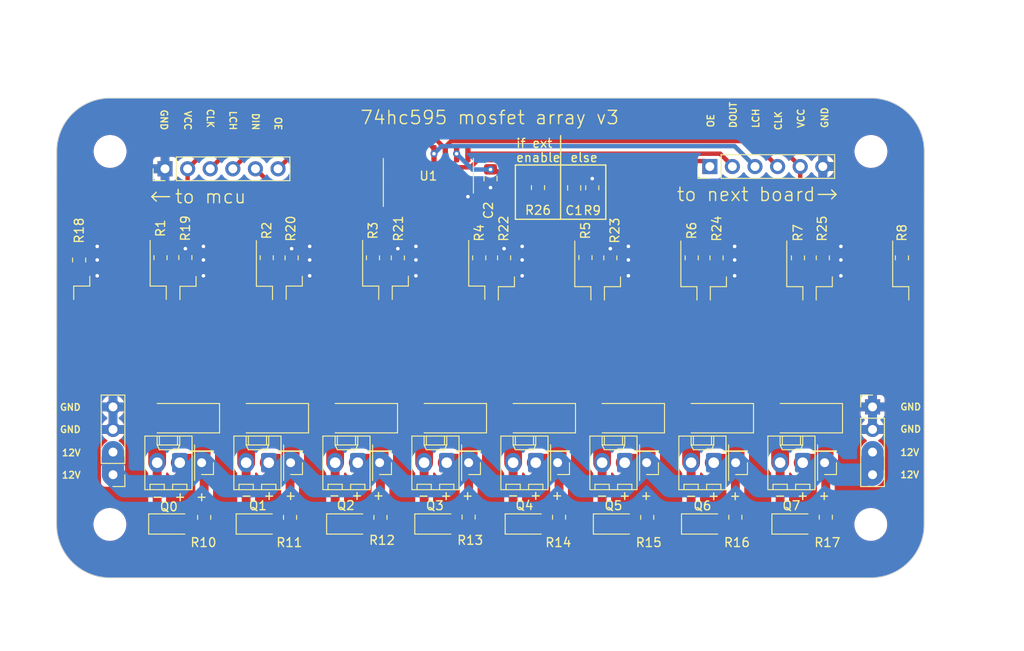
<source format=kicad_pcb>
(kicad_pcb (version 20221018) (generator pcbnew)
  (layers (0 "F.Cu" signal) (31 "B.Cu" signal) (34 "B.Paste" user) (35 "F.Paste" user) (36 "B.SilkS" user "B.Silkscreen") (37 "F.SilkS" user "F.Silkscreen") (38 "B.Mask" user) (39 "F.Mask" user) (44 "Edge.Cuts" user))
  (net 0 "")
  (net 1 "GND")
  (net 2 "VCC")
  (net 3 "Net-(D10-A)")
  (net 4 "Net-(D2-A)")
  (net 5 "Net-(D11-A)")
  (net 6 "Net-(D3-A)")
  (net 7 "Net-(D12-A)")
  (net 8 "Net-(D4-A)")
  (net 9 "Net-(D13-A)")
  (net 10 "Net-(D5-A)")
  (net 11 "Net-(D14-A)")
  (net 12 "Net-(D6-A)")
  (net 13 "Net-(D15-A)")
  (net 14 "Net-(D7-A)")
  (net 15 "Net-(D16-A)")
  (net 16 "Net-(D8-A)")
  (net 17 "Net-(D17-A)")
  (net 18 "Net-(D9-A)")
  (net 19 "12V")
  (net 20 "clock")
  (net 21 "latch")
  (net 22 "SerialIn")
  (net 23 "SerialOut")
  (net 24 "gate1")
  (net 25 "gate2")
  (net 26 "gate3")
  (net 27 "gate4")
  (net 28 "gate5")
  (net 29 "gate7")
  (net 30 "Net-(U1-QA)")
  (net 31 "gate0")
  (net 32 "Net-(U1-QB)")
  (net 33 "Net-(U1-QC)")
  (net 34 "Net-(U1-QD)")
  (net 35 "Net-(U1-QE)")
  (net 36 "Net-(U1-QF)")
  (net 37 "Net-(U1-QG)")
  (net 38 "gate6")
  (net 39 "Net-(U1-QH)")
  (net 40 "enable")
  (footprint "Resistor_SMD:R_0805_2012Metric_Pad1.20x1.40mm_HandSolder" (layer "F.Cu") (at 88.726 136.112 -90)
    (fp_text reference "R11")
    (fp_text value "10k")
  )
  (footprint "Connector_Molex:Molex_KK-254_AE-6410-02A_1x02_P2.54mm_Vertical" (layer "F.Cu") (at 146.332 129.968 180)
    (fp_text reference "J17" hide)
    (fp_text value "Conn_01x02_Pin")
  )
  (footprint "Resistor_SMD:R_0805_2012Metric_Pad1.20x1.40mm_HandSolder" (layer "F.Cu") (at 148.924 136.096 -90)
    (fp_text reference "R17")
    (fp_text value "10k")
  )
  (footprint "Resistor_SMD:R_0805_2012Metric_Pad1.20x1.40mm_HandSolder" (layer "F.Cu") (at 145.796 106.95 90)
    (fp_text reference "R7")
    (fp_text value "1k")
  )
  (footprint "Package_TO_SOT_SMD:TO-263-2" (layer "F.Cu") (at 105.41 114.947 -90)
    (fp_text reference "Q4" hide)
    (fp_text value "FQB30N06L")
  )
  (footprint "Package_TO_SOT_SMD:TO-263-2" (layer "F.Cu") (at 117.329 115.013 -90)
    (fp_text reference "Q5" hide)
    (fp_text value "FQB30N06L")
  )
  (footprint "Connector_PinHeader_2.54mm:PinHeader_1x01_P2.54mm_Vertical" (layer "F.Cu") (at 128.792 129.968 180)
    (fp_text reference "J10" hide)
    (fp_text value "Conn_01x01_Pin")
  )
  (footprint "Resistor_SMD:R_0805_2012Metric_Pad1.20x1.40mm_HandSolder" (layer "F.Cu") (at 112.776 106.95 -90)
    (fp_text reference "R22")
    (fp_text value "10k")
  )
  (footprint "Resistor_SMD:R_0805_2012Metric_Pad1.20x1.40mm_HandSolder" (layer "F.Cu") (at 157.48 106.95 90)
    (fp_text reference "R8")
    (fp_text value "1k")
  )
  (footprint "Resistor_SMD:R_0805_2012Metric_Pad1.20x1.40mm_HandSolder" (layer "F.Cu") (at 74.168 106.934 90)
    (fp_text reference "R1")
    (fp_text value "1k")
  )
  (footprint "Package_TO_SOT_SMD:TO-263-2" (layer "F.Cu") (at 81.553 114.971 -90)
    (fp_text reference "Q2" hide)
    (fp_text value "FQB30N06L")
  )
  (footprint "Resistor_SMD:R_0805_2012Metric_Pad1.20x1.40mm_HandSolder" (layer "F.Cu") (at 65.024 107.188 -90)
    (fp_text reference "R18")
    (fp_text value "10k")
  )
  (footprint "Resistor_SMD:R_0805_2012Metric_Pad1.20x1.40mm_HandSolder" (layer "F.Cu") (at 138.764 136.096 -90)
    (fp_text reference "R16")
    (fp_text value "10k")
  )
  (footprint "Diode_SMD:D_SMA_Handsoldering" (layer "F.Cu") (at 86.292 124.968 180)
    (fp_text reference "D11" hide)
    (fp_text value "1N4001")
  )
  (footprint "Capacitor_SMD:C_0805_2012Metric_Pad1.18x1.45mm_HandSolder" (layer "F.Cu") (at 120.65 99.092 -90)
    (fp_text reference "C1")
    (fp_text value "10+uF")
  )
  (footprint "Package_TO_SOT_SMD:TO-263-2" (layer "F.Cu") (at 129.248 115.013 -90)
    (fp_text reference "Q6" hide)
    (fp_text value "FQB30N06L")
  )
  (footprint "Diode_SMD:D_SMA_Handsoldering" (layer "F.Cu") (at 76.292 124.968 180)
    (fp_text reference "D10" hide)
    (fp_text value "1N4001")
  )
  (footprint "Connector_Molex:Molex_KK-254_AE-6410-02A_1x02_P2.54mm_Vertical" (layer "F.Cu") (at 136.332 129.968 180)
    (fp_text reference "J15" hide)
    (fp_text value "Conn_01x02_Pin")
  )
  (footprint "Connector_PinHeader_2.54mm:PinHeader_1x01_P2.54mm_Vertical" (layer "F.Cu") (at 148.792 129.968 180)
    (fp_text reference "J16" hide)
    (fp_text value "Conn_01x01_Pin")
  )
  (footprint "MountingHole:MountingHole_3.2mm_M3" (layer "F.Cu") (at 68.484 136.906)
    (fp_text reference "H2" hide)
    (fp_text value "MountingHole")
  )
  (footprint "Resistor_SMD:R_0805_2012Metric_Pad1.20x1.40mm_HandSolder" (layer "F.Cu") (at 148.59 106.95 -90)
    (fp_text reference "R25")
    (fp_text value "10k")
  )
  (footprint "Resistor_SMD:R_0805_2012Metric_Pad1.20x1.40mm_HandSolder" (layer "F.Cu") (at 88.9 106.95 -90)
    (fp_text reference "R20")
    (fp_text value "10k")
  )
  (footprint "Connector_PinHeader_2.54mm:PinHeader_1x01_P2.54mm_Vertical" (layer "F.Cu") (at 88.792 129.968 180)
    (fp_text reference "J3" hide)
    (fp_text value "Conn_01x01_Pin")
  )
  (footprint "Connector_Molex:Molex_KK-254_AE-6410-02A_1x02_P2.54mm_Vertical" (layer "F.Cu") (at 116.332 129.968 180)
    (fp_text reference "J11" hide)
    (fp_text value "Conn_01x02_Pin")
  )
  (footprint "Resistor_SMD:R_0805_2012Metric_Pad1.20x1.40mm_HandSolder" (layer "F.Cu") (at 116.586 99.06 -90)
    (fp_text reference "R26")
    (fp_text value "10k")
  )
  (footprint "Connector_PinHeader_2.54mm:PinHeader_1x01_P2.54mm_Vertical" (layer "F.Cu") (at 78.792 129.968 180)
    (fp_text reference "J14" hide)
    (fp_text value "Conn_01x01_Pin")
  )
  (footprint "Resistor_SMD:R_0805_2012Metric_Pad1.20x1.40mm_HandSolder" (layer "F.Cu") (at 86.106 106.934 90)
    (fp_text reference "R2")
    (fp_text value "1k")
  )
  (footprint "Connector_PinHeader_2.54mm:PinHeader_1x06_P2.54mm_Vertical" (layer "F.Cu") (at 74.676 96.944 90)
    (fp_text reference "J1" hide)
    (fp_text value "Conn_01x06_Pin")
  )
  (footprint "Resistor_SMD:R_0805_2012Metric_Pad1.20x1.40mm_HandSolder" (layer "F.Cu") (at 76.962 106.918 -90)
    (fp_text reference "R19")
    (fp_text value "10k")
  )
  (footprint "Resistor_SMD:R_0805_2012Metric_Pad1.20x1.40mm_HandSolder" (layer "F.Cu") (at 109.982 106.95 90)
    (fp_text reference "R4")
    (fp_text value "1k")
  )
  (footprint "Diode_SMD:D_SMA_Handsoldering" (layer "F.Cu") (at 146.292 124.968 180)
    (fp_text reference "D17" hide)
    (fp_text value "1N4001")
  )
  (footprint "LED_SMD:LED_1206_3216Metric_Pad1.42x1.75mm_HandSolder" (layer "F.Cu") (at 145.3315 136.858)
    (fp_text reference "D9" hide)
    (fp_text value "LED")
  )
  (footprint "Resistor_SMD:R_0805_2012Metric_Pad1.20x1.40mm_HandSolder" (layer "F.Cu") (at 100.838 106.95 -90)
    (fp_text reference "R21")
    (fp_text value "10k")
  )
  (footprint "LED_SMD:LED_1206_3216Metric_Pad1.42x1.75mm_HandSolder" (layer "F.Cu") (at 105.1995 136.858)
    (fp_text reference "D5" hide)
    (fp_text value "LED")
  )
  (footprint "Connector_Molex:Molex_KK-254_AE-6410-02A_1x02_P2.54mm_Vertical" (layer "F.Cu") (at 76.332 129.968 180)
    (fp_text reference "J2" hide)
    (fp_text value "Conn_01x02_Pin")
  )
  (footprint "LED_SMD:LED_1206_3216Metric_Pad1.42x1.75mm_HandSolder" (layer "F.Cu") (at 125.2655 136.858)
    (fp_text reference "D7" hide)
    (fp_text value "LED")
  )
  (footprint "Package_TO_SOT_SMD:TO-263-2" (layer "F.Cu") (at 153.048 115.013 -90)
    (fp_text reference "Q8" hide)
    (fp_text value "FQB30N06L")
  )
  (footprint "Diode_SMD:D_SMA_Handsoldering" (layer "F.Cu") (at 126.292 124.968 180)
    (fp_text reference "D15" hide)
    (fp_text value "1N4001")
  )
  (footprint "Diode_SMD:D_SMA_Handsoldering" (layer "F.Cu") (at 116.292 124.968 180)
    (fp_text reference "D14" hide)
    (fp_text value "1N4001")
  )
  (footprint "Connector_PinHeader_2.54mm:PinHeader_1x01_P2.54mm_Vertical" (layer "F.Cu") (at 108.792 129.968 180)
    (fp_text reference "J6" hide)
    (fp_text value "Conn_01x01_Pin")
  )
  (footprint "Resistor_SMD:R_0805_2012Metric_Pad1.20x1.40mm_HandSolder" (layer "F.Cu") (at 122.682 99.076 -90)
    (fp_text reference "R9")
    (fp_text value "10k")
  )
  (footprint "Connector_Molex:Molex_KK-254_AE-6410-02A_1x02_P2.54mm_Vertical" (layer "F.Cu") (at 126.332 129.968 180)
    (fp_text reference "J13" hide)
    (fp_text value "Conn_01x02_Pin")
  )
  (footprint "Connector_PinHeader_2.54mm:PinHeader_1x01_P2.54mm_Vertical" (layer "F.Cu") (at 118.792 129.968 180)
    (fp_text reference "J8" hide)
    (fp_text value "Conn_01x01_Pin")
  )
  (footprint "Diode_SMD:D_SMA_Handsoldering" (layer "F.Cu") (at 136.292 124.968 180)
    (fp_text reference "D16" hide)
    (fp_text value "1N4001")
  )
  (footprint "LED_SMD:LED_1206_3216Metric_Pad1.42x1.75mm_HandSolder" (layer "F.Cu") (at 115.3595 136.858)
    (fp_text reference "D6" hide)
    (fp_text value "LED")
  )
  (footprint "Diode_SMD:D_SMA_Handsoldering" (layer "F.Cu") (at 106.292 124.968 180)
    (fp_text reference "D13" hide)
    (fp_text value "1N4001")
  )
  (footprint "LED_SMD:LED_1206_3216Metric_Pad1.42x1.75mm_HandSolder" (layer "F.Cu") (at 85.1335 136.858)
    (fp_text reference "D3" hide)
    (fp_text value "LED")
  )
  (footprint "MountingHole:MountingHole_3.2mm_M3" (layer "F.Cu") (at 153.984 136.906)
    (fp_text reference "H3" hide)
    (fp_text value "MountingHole")
  )
  (footprint "Resistor_SMD:R_0805_2012Metric_Pad1.20x1.40mm_HandSolder" (layer "F.Cu") (at 98.886 136.112 -90)
    (fp_text reference "R12")
    (fp_text value "10k")
  )
  (footprint "Package_TO_SOT_SMD:TO-263-2" (layer "F.Cu") (at 141.148 115.013 -90)
    (fp_text reference "Q7" hide)
    (fp_text value "FQB30N06L")
  )
  (footprint "Resistor_SMD:R_0805_2012Metric_Pad1.20x1.40mm_HandSolder" (layer "F.Cu") (at 118.952 136.096 -90)
    (fp_text reference "R14")
    (fp_text value "10k")
  )
  (footprint "Connector_Molex:Molex_KK-254_AE-6410-02A_1x02_P2.54mm_Vertical" (layer "F.Cu") (at 106.332 129.968 180)
    (fp_text reference "J9" hide)
    (fp_text value "Conn_01x02_Pin")
  )
  (footprint "Package_TO_SOT_SMD:TO-263-2" (layer "F.Cu") (at 93.491 114.947 -90)
    (fp_text reference "Q3" hide)
    (fp_text value "FQB30N06L")
  )
  (footprint "Resistor_SMD:R_0805_2012Metric_Pad1.20x1.40mm_HandSolder" (layer "F.Cu") (at 133.858 106.95 90)
    (fp_text reference "R6")
    (fp_text value "1k")
  )
  (footprint "Connector_Molex:Molex_KK-254_AE-6410-02A_1x02_P2.54mm_Vertical" (layer "F.Cu") (at 86.332 129.968 180)
    (fp_text reference "J5" hide)
    (fp_text value "Conn_01x02_Pin")
  )
  (footprint "Resistor_SMD:R_0805_2012Metric_Pad1.20x1.40mm_HandSolder" (layer "F.Cu") (at 79.074 136.112 -90)
    (fp_text reference "R10")
    (fp_text value "10k")
  )
  (footprint "Resistor_SMD:R_0805_2012Metric_Pad1.20x1.40mm_HandSolder" (layer "F.Cu") (at 98.044 106.95 90)
    (fp_text reference "R3")
    (fp_text value "1k")
  )
  (footprint "LED_SMD:LED_1206_3216Metric_Pad1.42x1.75mm_HandSolder" (layer "F.Cu") (at 135.1715 136.858)
    (fp_text reference "D8" hide)
    (fp_text value "LED")
  )
  (footprint "Diode_SMD:D_SMA_Handsoldering" (layer "F.Cu") (at 96.292 124.968 180)
    (fp_text reference "D12" hide)
    (fp_text value "1N4001")
  )
  (footprint "MountingHole:MountingHole_3.2mm_M3" (layer "F.Cu") (at 68.5 94.996)
    (fp_text reference "H1" hide)
    (fp_text value "MountingHole")
  )
  (footprint "Resistor_SMD:R_0805_2012Metric_Pad1.20x1.40mm_HandSolder" (layer "F.Cu") (at 108.792 136.08 -90)
    (fp_text reference "R13")
    (fp_text value "10k")
  )
  (footprint "Connector_PinHeader_2.54mm:PinHeader_1x01_P2.54mm_Vertical" (layer "F.Cu") (at 138.792 129.968 180)
    (fp_text reference "J12" hide)
    (fp_text value "Conn_01x01_Pin")
  )
  (footprint "Package_SO:SOIC-16_3.9x9.9mm_P1.27mm" (layer "F.Cu") (at 104.267 97.725 90)
    (fp_text reference "U1")
    (fp_text value "74HC595")
  )
  (footprint "Connector_PinHeader_2.54mm:PinHeader_1x06_P2.54mm_Vertical" (layer "F.Cu") (at 135.89 96.69 90)
    (fp_text reference "J18" hide)
    (fp_text value "Conn_01x06_Pin")
  )
  (footprint "Package_TO_SOT_SMD:TO-263-2" (layer "F.Cu") (at 69.615 114.947 -90)
    (fp_text reference "Q1" hide)
    (fp_text value "FQB30N06L")
  )
  (footprint "LED_SMD:LED_1206_3216Metric_Pad1.42x1.75mm_HandSolder" (layer "F.Cu") (at 75.3005 136.858)
    (fp_text reference "D2" hide)
    (fp_text value "LED")
  )
  (footprint "MountingHole:MountingHole_3.2mm_M3" (layer "F.Cu") (at 154 94.996)
    (fp_text reference "H4" hide)
    (fp_text value "MountingHole")
  )
  (footprint "Resistor_SMD:R_0805_2012Metric_Pad1.20x1.40mm_HandSolder" (layer "F.Cu") (at 121.92 106.918 90)
    (fp_text reference "R5")
    (fp_text value "1k")
  )
  (footprint "Resistor_SMD:R_0805_2012Metric_Pad1.20x1.40mm_HandSolder" (layer "F.Cu") (at 124.714 106.95 -90)
    (fp_text reference "R23")
    (fp_text value "10k")
  )
  (footprint "Connector_Molex:Molex_KK-254_AE-6410-02A_1x02_P2.54mm_Vertical" (layer "F.Cu") (at 96.332 129.968 180)
    (fp_text reference "J7" hide)
    (fp_text value "Conn_01x02_Pin")
  )
  (footprint "LED_SMD:LED_1206_3216Metric_Pad1.42x1.75mm_HandSolder" (layer "F.Cu") (at 95.2935 136.858)
    (fp_text reference "D4" hide)
    (fp_text value "LED")
  )
  (footprint "Resistor_SMD:R_0805_2012Metric_Pad1.20x1.40mm_HandSolder" (layer "F.Cu") (at 136.652 106.95 -90)
    (fp_text reference "R24")
    (fp_text value "10k")
  )
  (footprint "Capacitor_SMD:C_0805_2012Metric_Pad1.18x1.45mm_HandSolder" (layer "F.Cu") (at 111.252 98.044 -90)
    (fp_text reference "C2")
    (fp_text value "100nF")
  )
  (footprint "Connector_PinHeader_2.54mm:PinHeader_1x01_P2.54mm_Vertical" (layer "F.Cu") (at 98.792 129.968 180)
    (fp_text reference "J4" hide)
    (fp_text value "Conn_01x01_Pin")
  )
  (footprint "Resistor_SMD:R_0805_2012Metric_Pad1.20x1.40mm_HandSolder" (layer "F.Cu") (at 128.858 136.112 -90)
    (fp_text reference "R15")
    (fp_text value "10k")
  )
  (footprint "Connector_PinHeader_2.54mm:PinHeader_1x04_P2.54mm_Vertical" (layer "F.Cu") (at 68.834 131.318 180)
    (fp_text reference "input12V1" hide)
    (fp_text value "Conn_01x04_Pin")
  )
  (footprint "Connector_PinHeader_2.54mm:PinHeader_1x04_P2.54mm_Vertical" (layer "F.Cu") (at 154.178 123.698)
    (fp_text reference "ouput12V1" hide)
    (fp_text value "Conn_01x04_Pin")
  )
  (gr_line (start 114.046 102.616) (end 119.126 102.616) (stroke (width 0.15)) (layer "F.SilkS"))
  (gr_line (start 124.206 96.52) (end 119.126 96.52) (stroke (width 0.15)) (layer "F.SilkS"))
  (gr_line (start 119.126 96.52) (end 114.046 96.52) (stroke (width 0.15)) (layer "F.SilkS"))
  (gr_line (start 119.126 96.52) (end 119.126 102.616) (stroke (width 0.15)) (layer "F.SilkS"))
  (gr_line (start 150.082 99.822) (end 149.582 99.322) (stroke (width 0.15)) (layer "F.SilkS"))
  (gr_line (start 119.126 102.616) (end 124.206 102.616) (stroke (width 0.15)) (layer "F.SilkS"))
  (gr_line (start 150.082 99.822) (end 148.082 99.822) (stroke (width 0.15)) (layer "F.SilkS"))
  (gr_line (start 114.046 96.52) (end 114.046 102.616) (stroke (width 0.15)) (layer "F.SilkS"))
  (gr_line (start 119.126 96.52) (end 119.126 93.218) (stroke (width 0.15)) (layer "F.SilkS"))
  (gr_line (start 73.192 100.076) (end 73.692 100.576) (stroke (width 0.15)) (layer "F.SilkS"))
  (gr_line (start 73.192 100.076) (end 75.192 100.076) (stroke (width 0.15)) (layer "F.SilkS"))
  (gr_line (start 73.692 99.576) (end 73.192 100.076) (stroke (width 0.15)) (layer "F.SilkS"))
  (gr_line (start 149.582 100.322) (end 150.082 99.822) (stroke (width 0.15)) (layer "F.SilkS"))
  (gr_line (start 124.206 102.616) (end 124.206 96.52) (stroke (width 0.15)) (layer "F.SilkS"))
  (gr_arc (start 159.984 136.906) (mid 158.226641 141.148641) (end 153.984 142.906) (stroke (width 0.1)) (layer "Edge.Cuts"))
  (gr_arc (start 62.5 94.996) (mid 64.257359 90.753359) (end 68.5 88.996) (stroke (width 0.1)) (layer "Edge.Cuts"))
  (gr_line (start 62.5 94.996) (end 62.484 136.906) (stroke (width 0.1)) (layer "Edge.Cuts"))
  (gr_line (start 154 88.996) (end 68.5 88.996) (stroke (width 0.1)) (layer "Edge.Cuts"))
  (gr_line (start 68.484 142.906) (end 153.984 142.906) (stroke (width 0.1)) (layer "Edge.Cuts"))
  (gr_arc (start 68.484 142.906) (mid 64.241359 141.148641) (end 62.484 136.906) (stroke (width 0.1)) (layer "Edge.Cuts"))
  (gr_arc (start 154 88.996) (mid 158.242641 90.753359) (end 160 94.996) (stroke (width 0.1)) (layer "Edge.Cuts"))
  (gr_line (start 159.984 136.906) (end 160 94.996) (stroke (width 0.1)) (layer "Edge.Cuts"))
  (gr_text "+" (at 78.792 133.778) (layer "F.SilkS") (effects (font (size 1 1))))
  (gr_text "GND" (at 74.559 92.69 -90) (layer "F.SilkS") (effects (font (size 0.75 0.75)) (justify right)))
  (gr_text "-" (at 113.792 133.631) (layer "F.SilkS") (effects (font (size 1 1))))
  (gr_text "-" (at 83.839 133.651) (layer "F.SilkS") (effects (font (size 1 1))))
  (gr_text "+" (at 86.379 133.651) (layer "F.SilkS") (effects (font (size 1 1))))
  (gr_text "+" (at 98.665 133.631) (layer "F.SilkS") (effects (font (size 1 1))))
  (gr_text "DIN" (at 84.846 92.69 -90) (layer "F.SilkS") (effects (font (size 0.75 0.75)) (justify right)))
  (gr_text "12V" (at 157.226 131.318) (layer "F.SilkS") (effects (font (size 0.75 0.75)) (justify left)))
  (gr_text "GND" (at 65.278 123.738) (layer "F.SilkS") (effects (font (size 0.75 0.75)) (justify right)))
  (gr_text "else" (at 120.142 96.266) (layer "F.SilkS") (effects (font (size 1 1)) (justify left bottom)))
  (gr_text "+" (at 96.252 133.631) (layer "F.SilkS") (effects (font (size 1 1))))
  (gr_text "+" (at 88.792 133.651) (layer "F.SilkS") (effects (font (size 1 1))))
  (gr_text "Q3" (at 104.996 134.794) (layer "F.SilkS") (effects (font (size 1 1))))
  (gr_text "-" (at 133.792 133.671) (layer "F.SilkS") (effects (font (size 1 1))))
  (gr_text "VCC" (at 77.226 92.69 -90) (layer "F.SilkS") (effects (font (size 0.75 0.75)) (justify right)))
  (gr_text "12V" (at 157.226 128.818) (layer "F.SilkS") (effects (font (size 0.75 0.75)) (justify left)))
  (gr_text "+" (at 136.332 133.671) (layer "F.SilkS") (effects (font (size 1 1))))
  (gr_text "Q4" (at 115.062 134.774) (layer "F.SilkS") (effects (font (size 1 1))))
  (gr_text "+" (at 106.266 133.651) (layer "F.SilkS") (effects (font (size 1 1))))
  (gr_text "-" (at 73.839 133.778) (layer "F.SilkS") (effects (font (size 1 1))))
  (gr_text "74hc595 mosfet array v3" (at 96.52 91.186) (layer "F.SilkS") (effects (font (size 1.5 1.5)) (justify left)))
  (gr_text "Q0" (at 75.109 134.921) (layer "F.SilkS") (effects (font (size 1 1))))
  (gr_text "to mcu" (at 75.692 100.076) (layer "F.SilkS") (effects (font (size 1.5 1.5)) (justify left)))
  (gr_text "GND" (at 157.226 123.698) (layer "F.SilkS") (effects (font (size 0.75 0.75)) (justify left)))
  (gr_text "GND" (at 65.278 126.238) (layer "F.SilkS") (effects (font (size 0.75 0.75)) (justify right)))
  (gr_text "+" (at 76.379 133.778) (layer "F.SilkS") (effects (font (size 1 1))))
  (gr_text "Q6" (at 135.062 134.814) (layer "F.SilkS") (effects (font (size 1 1))))
  (gr_text "-" (at 93.712 133.631) (layer "F.SilkS") (effects (font (size 1 1))))
  (gr_text "Q5" (at 125.062 134.794) (layer "F.SilkS") (effects (font (size 1 1))))
  (gr_text "+" (at 146.332 133.651) (layer "F.SilkS") (effects (font (size 1 1))))
  (gr_text "OE" (at 136 92.372 90) (layer "F.SilkS") (effects (font (size 0.75 0.75)) (justify left)))
  (gr_text "-" (at 103.726 133.651) (layer "F.SilkS") (effects (font (size 1 1))))
  (gr_text "if ext\nenable" (at 114.046 96.266) (layer "F.SilkS") (effects (font (size 1 1)) (justify left bottom)))
  (gr_text "Q7" (at 145.062 134.794) (layer "F.SilkS") (effects (font (size 1 1))))
  (gr_text "DOUT" (at 138.52 92.442 90) (layer "F.SilkS") (effects (font (size 0.75 0.75)) (justify left)))
  (gr_text "VCC" (at 146.14 92.442 90) (layer "F.SilkS") (effects (font (size 0.75 0.75)) (justify left)))
  (gr_text "OE" (at 87.376 92.7 -90) (layer "F.SilkS") (effects (font (size 0.75 0.75)) (justify right)))
  (gr_text "Q2" (at 94.982 134.774) (layer "F.SilkS") (effects (font (size 1 1))))
  (gr_text "+" (at 118.745 133.631) (layer "F.SilkS") (effects (font (size 1 1))))
  (gr_text "+" (at 138.745 133.671) (layer "F.SilkS") (effects (font (size 1 1))))
  (gr_text "LCH\n" (at 141.06 92.442 90) (layer "F.SilkS") (effects (font (size 0.75 0.75)) (justify left)))
  (gr_text "GND" (at 157.226 126.198) (layer "F.SilkS") (effects (font (size 0.75 0.75)) (justify left)))
  (gr_text "Q1" (at 85.109 134.794) (layer "F.SilkS") (effects (font (size 1 1))))
  (gr_text "+" (at 128.745 133.651) (layer "F.SilkS") (effects (font (size 1 1))))
  (gr_text "12V" (at 65.278 128.858) (layer "F.SilkS") (effects (font (size 0.75 0.75)) (justify right)))
  (gr_text "CLK" (at 79.766 92.436 -90) (layer "F.SilkS") (effects (font (size 0.75 0.75)) (justify right)))
  (gr_text "+" (at 126.332 133.651) (layer "F.SilkS") (effects (font (size 1 1))))
  (gr_text "-" (at 143.792 133.651) (layer "F.SilkS") (effects (font (size 1 1))))
  (gr_text "+" (at 148.745 133.651) (layer "F.SilkS") (effects (font (size 1 1))))
  (gr_text "12V" (at 65.278 131.358) (layer "F.SilkS") (effects (font (size 0.75 0.75)) (justify right)))
  (gr_text "to next board\n" (at 132.082 99.822) (layer "F.SilkS") (effects (font (size 1.5 1.5)) (justify left)))
  (gr_text "+" (at 116.332 133.631) (layer "F.SilkS") (effects (font (size 1 1))))
  (gr_text "-" (at 123.792 133.651) (layer "F.SilkS") (effects (font (size 1 1))))
  (gr_text "+" (at 108.679 133.651) (layer "F.SilkS") (effects (font (size 1 1))))
  (gr_text "LCH\n" (at 82.306 92.69 -90) (layer "F.SilkS") (effects (font (size 0.75 0.75)) (justify right)))
  (gr_text "CLK" (at 143.59 92.696 90) (layer "F.SilkS") (effects (font (size 0.75 0.75)) (justify left)))
  (gr_text "GND" (at 148.807 92.442 90) (layer "F.SilkS") (effects (font (size 0.75 0.75)) (justify left)))
  (segment (start 148.59 105.95) (end 149.095 105.95) (width 0.3) (layer "F.Cu") (net 1))
  (segment (start 136.652 105.95) (end 137.195 105.95) (width 0.3) (layer "F.Cu") (net 1))
  (via (at 90.932 107.188) (size 0.8) (drill 0.4) (layers "F.Cu" "B.Cu") (net 1))
  (via (at 122.682 98.044) (size 0.8) (drill 0.4) (layers "F.Cu" "B.Cu") (net 1))
  (via (at 78.994 108.966) (size 0.8) (drill 0.4) (layers "F.Cu" "B.Cu") (net 1))
  (via (at 126.746 108.966) (size 0.8) (drill 0.4) (layers "F.Cu" "B.Cu") (net 1))
  (via (at 88.9 105.918) (size 0.8) (drill 0.4) (layers "F.Cu" "B.Cu") (net 1))
  (via (at 102.87 107.188) (size 0.8) (drill 0.4) (layers "F.Cu" "B.Cu") (net 1))
  (via (at 67.056 105.664) (size 0.8) (drill 0.4) (layers "F.Cu" "B.Cu") (net 1))
  (via (at 111.252 99.06) (size 0.8) (drill 0.4) (layers "F.Cu" "B.Cu") (net 1))
  (via (at 76.962 105.918) (size 0.8) (drill 0.4) (layers "F.Cu" "B.Cu") (net 1))
  (via (at 78.994 105.664) (size 0.8) (drill 0.4) (layers "F.Cu" "B.Cu") (net 1))
  (via (at 90.932 108.966) (size 0.8) (drill 0.4) (layers "F.Cu" "B.Cu") (net 1))
  (via (at 114.808 107.188) (size 0.8) (drill 0.4) (layers "F.Cu" "B.Cu") (net 1))
  (via (at 112.776 105.918) (size 0.8) (drill 0.4) (layers "F.Cu" "B.Cu") (net 1))
  (via (at 114.808 105.664) (size 0.8) (drill 0.4) (layers "F.Cu" "B.Cu") (net 1))
  (via (at 150.622 107.188) (size 0.8) (drill 0.4) (layers "F.Cu" "B.Cu") (net 1))
  (via (at 138.684 107.188) (size 0.8) (drill 0.4) (layers "F.Cu" "B.Cu") (net 1))
  (via (at 102.87 108.966) (size 0.8) (drill 0.4) (layers "F.Cu" "B.Cu") (net 1))
  (via (at 138.684 108.966) (size 0.8) (drill 0.4) (layers "F.Cu" "B.Cu") (net 1))
  (via (at 126.746 107.188) (size 0.8) (drill 0.4) (layers "F.Cu" "B.Cu") (net 1))
  (via (at 124.714 105.918) (size 0.8) (drill 0.4) (layers "F.Cu" "B.Cu") (net 1))
  (via (at 150.622 105.664) (size 0.8) (drill 0.4) (layers "F.Cu" "B.Cu") (net 1))
  (via (at 67.056 108.966) (size 0.8) (drill 0.4) (layers "F.Cu" "B.Cu") (net 1))
  (via (at 90.932 105.664) (size 0.8) (drill 0.4) (layers "F.Cu" "B.Cu") (net 1))
  (via (at 100.838 105.918) (size 0.8) (drill 0.4) (layers "F.Cu" "B.Cu") (net 1))
  (via (at 102.87 105.664) (size 0.8) (drill 0.4) (layers "F.Cu" "B.Cu") (net 1))
  (via (at 114.808 108.966) (size 0.8) (drill 0.4) (layers "F.Cu" "B.Cu") (net 1))
  (via (at 150.622 108.966) (size 0.8) (drill 0.4) (layers "F.Cu" "B.Cu") (net 1))
  (via (at 67.056 107.188) (size 0.8) (drill 0.4) (layers "F.Cu" "B.Cu") (net 1))
  (via (at 126.746 105.664) (size 0.8) (drill 0.4) (layers "F.Cu" "B.Cu") (net 1))
  (via (at 138.684 105.664) (size 0.8) (drill 0.4) (layers "F.Cu" "B.Cu") (net 1))
  (via (at 78.994 107.188) (size 0.8) (drill 0.4) (layers "F.Cu" "B.Cu") (net 1))
  (via (at 108.712 100.076) (size 0.8) (drill 0.4) (layers "F.Cu" "B.Cu") (net 1))
  (segment (start 77.724 100.33) (end 94.742 100.33) (width 0.5) (layer "F.Cu") (net 2))
  (segment (start 146.05 96.69) (end 140.385 91.025) (width 0.5) (layer "F.Cu") (net 2))
  (segment (start 127.995949 101.6) (end 123.169949 96.774) (width 0.5) (layer "F.Cu") (net 2))
  (segment (start 116.336051 101.6) (end 111.742551 97.0065) (width 0.5) (layer "F.Cu") (net 2))
  (segment (start 140.385 91.025) (end 83.135 91.025) (width 0.5) (layer "F.Cu") (net 2))
  (segment (start 111.742551 97.0065) (end 111.252 97.028) (width 0.5) (layer "F.Cu") (net 2))
  (segment (start 121.9305 96.774) (end 120.65 98.0545) (width 0.5) (layer "F.Cu") (net 2))
  (segment (start 94.742 100.33) (end 99.822 95.25) (width 0.5) (layer "F.Cu") (net 2))
  (segment (start 146.05 96.69) (end 146.05 101.346) (width 0.5) (layer "F.Cu") (net 2))
  (segment (start 77.216 99.822) (end 77.724 100.33) (width 0.5) (layer "F.Cu") (net 2))
  (segment (start 123.169949 96.774) (end 121.9305 96.774) (width 0.5) (layer "F.Cu") (net 2))
  (segment (start 111.252 97.028) (end 111.252 97.0065) (width 0.5) (layer "F.Cu") (net 2))
  (segment (start 127.995949 101.6) (end 116.336051 101.6) (width 0.5) (layer "F.Cu") (net 2))
  (segment (start 116.586 98.06) (end 120.6445 98.06) (width 0.5) (layer "F.Cu") (net 2))
  (segment (start 145.796 101.6) (end 127.995949 101.6) (width 0.5) (layer "F.Cu") (net 2))
  (segment (start 146.05 101.346) (end 145.796 101.6) (width 0.5) (layer "F.Cu") (net 2))
  (segment (start 83.135 91.025) (end 77.216 96.944) (width 0.5) (layer "F.Cu") (net 2))
  (segment (start 77.216 96.944) (end 77.216 99.822) (width 0.5) (layer "F.Cu") (net 2))
  (segment (start 120.6445 98.06) (end 120.65 98.0545) (width 0.5) (layer "F.Cu") (net 2))
  (via (at 107.442 95.25) (size 0.8) (drill 0.4) (layers "F.Cu" "B.Cu") (net 2))
  (via (at 111.252 97.028) (size 0.8) (drill 0.4) (layers "F.Cu" "B.Cu") (net 2))
  (segment (start 109.22 97.028) (end 107.442 95.25) (width 0.5) (layer "B.Cu") (net 2))
  (segment (start 111.252 97.028) (end 109.22 97.028) (width 0.5) (layer "B.Cu") (net 2))
  (segment (start 73.792 129.968) (end 73.792 136.837) (width 1) (layer "F.Cu") (net 3))
  (segment (start 73.792 119.142) (end 71.393 116.743) (width 1.5) (layer "F.Cu") (net 3))
  (segment (start 73.813 129.989) (end 73.792 129.968) (width 1.5) (layer "F.Cu") (net 3))
  (segment (start 73.792 120.274) (end 72.39 118.872) (width 2) (layer "F.Cu") (net 3))
  (segment (start 73.792 124.968) (end 73.792 120.274) (width 2) (layer "F.Cu") (net 3))
  (segment (start 73.792 136.837) (end 73.813 136.858) (width 1) (layer "F.Cu") (net 3))
  (segment (start 73.792 124.968) (end 73.792 129.968) (width 2) (layer "F.Cu") (net 3))
  (segment (start 78.852 137.366) (end 79.074 137.588) (width 0.3) (layer "F.Cu") (net 4))
  (segment (start 78.82 136.858) (end 79.074 137.112) (width 1) (layer "F.Cu") (net 4))
  (segment (start 76.788 136.858) (end 78.82 136.858) (width 1) (layer "F.Cu") (net 4))
  (segment (start 83.792 136.712) (end 83.646 136.858) (width 1) (layer "F.Cu") (net 5))
  (segment (start 83.792 129.968) (end 83.792 136.712) (width 1) (layer "F.Cu") (net 5))
  (segment (start 83.792 117.774) (end 82.785 116.767) (width 1.5) (layer "F.Cu") (net 5))
  (segment (start 83.646 130.114) (end 83.792 129.968) (width 1.5) (layer "F.Cu") (net 5))
  (segment (start 83.792 124.968) (end 83.792 119.432) (width 2) (layer "F.Cu") (net 5))
  (segment (start 83.792 129.968) (end 83.792 124.968) (width 2) (layer "F.Cu") (net 5))
  (segment (start 83.792 119.432) (end 84.328 118.896) (width 2) (layer "F.Cu") (net 5))
  (segment (start 88.472 136.858) (end 88.726 137.112) (width 1) (layer "F.Cu") (net 6))
  (segment (start 86.621 136.858) (end 88.472 136.858) (width 1) (layer "F.Cu") (net 6))
  (segment (start 93.792 121.346) (end 96.266 118.872) (width 2) (layer "F.Cu") (net 7))
  (segment (start 93.792 129.968) (end 93.792 124.968) (width 2) (layer "F.Cu") (net 7))
  (segment (start 93.792 136.844) (end 93.806 136.858) (width 1) (layer "F.Cu") (net 7))
  (segment (start 93.792 129.968) (end 93.792 136.844) (width 1) (layer "F.Cu") (net 7))
  (segment (start 93.792 124.968) (end 93.792 121.346) (width 2) (layer "F.Cu") (net 7))
  (segment (start 93.792 117.166) (end 94.215 116.743) (width 1.5) (layer "F.Cu") (net 7))
  (segment (start 98.632 136.858) (end 98.886 137.112) (width 1) (layer "F.Cu") (net 8))
  (segment (start 96.781 136.858) (end 98.632 136.858) (width 1) (layer "F.Cu") (net 8))
  (segment (start 103.792 124.968) (end 103.792 120.029) (width 2) (layer "F.Cu") (net 9))
  (segment (start 103.792 120.029) (end 102.635 118.872) (width 2) (layer "F.Cu") (net 9))
  (segment (start 103.792 129.968) (end 103.792 136.778) (width 1) (layer "F.Cu") (net 9))
  (segment (start 103.792 129.968) (end 103.792 124.968) (width 2) (layer "F.Cu") (net 9))
  (segment (start 103.792 118.596) (end 105.645 116.743) (width 1.5) (layer "F.Cu") (net 9))
  (segment (start 103.792 136.778) (end 103.712 136.858) (width 1) (layer "F.Cu") (net 9))
  (segment (start 108.57 136.858) (end 108.792 137.08) (width 1) (layer "F.Cu") (net 10))
  (segment (start 106.687 136.858) (end 108.57 136.858) (width 1) (layer "F.Cu") (net 10))
  (segment (start 113.792 124.968) (end 113.792 120.05) (width 2) (layer "F.Cu") (net 11))
  (segment (start 113.792 120.05) (end 117.075 116.767) (width 1.5) (layer "F.Cu") (net 11))
  (segment (start 113.792 129.968) (end 113.792 124.968) (width 2) (layer "F.Cu") (net 11))
  (segment (start 113.792 120.05) (end 117.329 116.513) (width 2) (layer "F.Cu") (net 11))
  (segment (start 113.792 129.968) (end 113.792 136.778) (width 1) (layer "F.Cu") (net 11))
  (segment (start 113.792 136.778) (end 113.872 136.858) (width 1) (layer "F.Cu") (net 11))
  (segment (start 116.847 136.858) (end 118.714 136.858) (width 1) (layer "F.Cu") (net 12))
  (segment (start 118.714 136.858) (end 118.952 137.096) (width 1) (layer "F.Cu") (net 12))
  (segment (start 123.792 129.968) (end 123.792 136.844) (width 1) (layer "F.Cu") (net 13))
  (segment (start 123.792 136.844) (end 123.778 136.858) (width 1) (layer "F.Cu") (net 13))
  (segment (start 123.792 129.968) (end 123.792 124.968) (width 2) (layer "F.Cu") (net 13))
  (segment (start 126.473 122.287) (end 126.473 118.938) (width 2) (layer "F.Cu") (net 13))
  (segment (start 123.792 124.968) (end 126.473 122.287) (width 2) (layer "F.Cu") (net 13))
  (segment (start 128.604 136.858) (end 128.858 137.112) (width 1) (layer "F.Cu") (net 14))
  (segment (start 126.753 136.858) (end 128.604 136.858) (width 1) (layer "F.Cu") (net 14))
  (segment (start 133.792 136.75) (end 133.684 136.858) (width 1) (layer "F.Cu") (net 15))
  (segment (start 133.792 124.968) (end 138.373 120.387) (width 2) (layer "F.Cu") (net 15))
  (segment (start 133.792 129.968) (end 133.792 136.75) (width 1) (layer "F.Cu") (net 15))
  (segment (start 133.792 129.968) (end 133.792 124.968) (width 2) (layer "F.Cu") (net 15))
  (segment (start 138.373 120.387) (end 138.373 118.938) (width 2) (layer "F.Cu") (net 15))
  (segment (start 136.659 136.858) (end 138.526 136.858) (width 1) (layer "F.Cu") (net 16))
  (segment (start 138.526 136.858) (end 138.764 137.096) (width 1) (layer "F.Cu") (net 16))
  (segment (start 143.792 129.968) (end 143.792 124.968) (width 2) (layer "F.Cu") (net 17))
  (segment (start 150.273 120.745) (end 150.273 118.938) (width 2) (layer "F.Cu") (net 17))
  (segment (start 148.59 120.524478) (end 148.59 120.166) (width 1.5) (layer "F.Cu") (net 17))
  (segment (start 143.792 129.968) (end 143.792 136.806) (width 1) (layer "F.Cu") (net 17))
  (segment (start 143.792 136.806) (end 143.844 136.858) (width 1) (layer "F.Cu") (net 17))
  (segment (start 143.792 124.968) (end 144.042 124.968) (width 2) (layer "F.Cu") (net 17))
  (segment (start 146.497 122.513) (end 148.505 122.513) (width 2) (layer "F.Cu") (net 17))
  (segment (start 144.042 124.968) (end 146.497 122.513) (width 2) (layer "F.Cu") (net 17))
  (segment (start 148.505 122.513) (end 150.273 120.745) (width 2) (layer "F.Cu") (net 17))
  (segment (start 143.792 124.968) (end 144.243 124.968) (width 1.5) (layer "F.Cu") (net 17))
  (segment (start 148.686 136.858) (end 148.924 137.096) (width 1) (layer "F.Cu") (net 18))
  (segment (start 146.819 136.858) (end 148.686 136.858) (width 1) (layer "F.Cu") (net 18))
  (segment (start 138.764 129.996) (end 138.792 129.968) (width 1) (layer "F.Cu") (net 19))
  (segment (start 128.792 129.968) (end 128.792 124.968) (width 2) (layer "F.Cu") (net 19))
  (segment (start 136.332 129.968) (end 138.792 129.968) (width 2) (layer "F.Cu") (net 19))
  (segment (start 128.858 130.034) (end 128.792 129.968) (width 1.5) (layer "F.Cu") (net 19))
  (segment (start 116.332 129.968) (end 118.792 129.968) (width 2) (layer "F.Cu") (net 19))
  (segment (start 88.726 135.112) (end 88.726 130.034) (width 1) (layer "F.Cu") (net 19))
  (segment (start 126.332 129.968) (end 128.792 129.968) (width 2) (layer "F.Cu") (net 19))
  (segment (start 88.792 129.968) (end 88.792 124.968) (width 2) (layer "F.Cu") (net 19))
  (segment (start 118.952 130.128) (end 118.792 129.968) (width 1) (layer "F.Cu") (net 19))
  (segment (start 148.924 135.096) (end 148.924 130.1) (width 1) (layer "F.Cu") (net 19))
  (segment (start 79.074 135.112) (end 79.074 130.25) (width 1) (layer "F.Cu") (net 19))
  (segment (start 86.332 129.968) (end 88.792 129.968) (width 2) (layer "F.Cu") (net 19))
  (segment (start 138.792 129.968) (end 138.792 124.968) (width 2) (layer "F.Cu") (net 19))
  (segment (start 76.332 129.968) (end 78.792 129.968) (width 2) (layer "F.Cu") (net 19))
  (segment (start 78.792 124.968) (end 78.792 129.968) (width 2) (layer "F.Cu") (net 19))
  (segment (start 146.332 129.968) (end 148.792 129.968) (width 2) (layer "F.Cu") (net 19))
  (segment (start 128.858 135.112) (end 128.858 130.034) (width 1.5) (layer "F.Cu") (net 19))
  (segment (start 106.332 129.968) (end 108.792 129.968) (width 2) (layer "F.Cu") (net 19))
  (segment (start 138.764 135.096) (end 138.764 129.996) (width 1) (layer "F.Cu") (net 19))
  (segment (start 96.332 129.968) (end 98.792 129.968) (width 2) (layer "F.Cu") (net 19))
  (segment (start 79.074 130.25) (end 78.792 129.968) (width 1) (layer "F.Cu") (net 19))
  (segment (start 108.792 129.968) (end 108.792 124.968) (width 2) (layer "F.Cu") (net 19))
  (segment (start 98.792 129.968) (end 98.792 124.968) (width 2) (layer "F.Cu") (net 19))
  (segment (start 88.726 130.034) (end 88.792 129.968) (width 1) (layer "F.Cu") (net 19))
  (segment (start 98.886 135.112) (end 98.886 130.062) (width 1) (layer "F.Cu") (net 19))
  (segment (start 148.924 130.1) (end 148.792 129.968) (width 1) (layer "F.Cu") (net 19))
  (segment (start 148.792 129.968) (end 148.792 124.968) (width 2) (layer "F.Cu") (net 19))
  (segment (start 108.792 135.08) (end 108.792 129.968) (width 1) (layer "F.Cu") (net 19))
  (segment (start 98.886 130.062) (end 98.792 129.968) (width 1) (layer "F.Cu") (net 19))
  (segment (start 118.792 129.968) (end 118.792 124.968) (width 2) (layer "F.Cu") (net 19))
  (segment (start 118.952 135.096) (end 118.952 130.128) (width 1) (layer "F.Cu") (net 19))
  (segment (start 154.178 131.318) (end 150.142 131.318) (width 2.5) (layer "B.Cu") (net 19))
  (segment (start 138.792 129.968) (end 136.147 132.613) (width 2.5) (layer "B.Cu") (net 19))
  (segment (start 118.792 129.968) (end 116.147 132.613) (width 2.5) (layer "B.Cu") (net 19))
  (segment (start 86.147 132.613) (end 81.437 132.613) (width 2.5) (layer "B.Cu") (net 19))
  (segment (start 138.792 129.968) (end 141.437 132.613) (width 2.5) (layer "B.Cu") (net 19))
  (segment (start 68.834 128.778) (end 68.834 131.318) (width 2.5) (layer "B.Cu") (net 19))
  (segment (start 68.834 131.318) (end 70.129 132.613) (width 2.5) (layer "B.Cu") (net 19))
  (segment (start 101.437 132.613) (end 98.792 129.968) (width 2.5) (layer "B.Cu") (net 19))
  (segment (start 98.792 129.968) (end 96.147 132.613) (width 2.5) (layer "B.Cu") (net 19))
  (segment (start 128.792 129.968) (end 126.147 132.613) (width 2.5) (layer "B.Cu") (net 19))
  (segment (start 76.147 132.613) (end 78.792 129.968) (width 2.5) (layer "B.Cu") (net 19))
  (segment (start 136.147 132.613) (end 131.437 132.613) (width 2.5) (layer "B.Cu") (net 19))
  (segment (start 126.147 132.613) (end 121.437 132.613) (width 2.5) (layer "B.Cu") (net 19))
  (segment (start 131.437 132.613) (end 128.792 129.968) (width 2.5) (layer "B.Cu") (net 19))
  (segment (start 106.147 132.613) (end 101.437 132.613) (width 2.5) (layer "B.Cu") (net 19))
  (segment (start 154.178 128.778) (end 154.178 131.318) (width 2.5) (layer "B.Cu") (net 19))
  (segment (start 108.792 129.968) (end 106.147 132.613) (width 2.5) (layer "B.Cu") (net 19))
  (segment (start 111.437 132.613) (end 108.792 129.968) (width 2.5) (layer "B.Cu") (net 19))
  (segment (start 141.437 132.613) (end 146.147 132.613) (width 2.5) (layer "B.Cu") (net 19))
  (segment (start 116.147 132.613) (end 111.437 132.613) (width 2.5) (layer "B.Cu") (net 19))
  (segment (start 146.147 132.613) (end 148.792 129.968) (width 2.5) (layer "B.Cu") (net 19))
  (segment (start 88.792 129.968) (end 86.147 132.613) (width 2.5) (layer "B.Cu") (net 19))
  (segment (start 91.437 132.613) (end 88.792 129.968) (width 2.5) (layer "B.Cu") (net 19))
  (segment (start 81.437 132.613) (end 78.792 129.968) (width 2.5) (layer "B.Cu") (net 19))
  (segment (start 121.437 132.613) (end 118.792 129.968) (width 2.5) (layer "B.Cu") (net 19))
  (segment (start 96.147 132.613) (end 91.437 132.613) (width 2.5) (layer "B.Cu") (net 19))
  (segment (start 150.142 131.318) (end 148.792 129.968) (width 2.5) (layer "B.Cu") (net 19))
  (segment (start 70.129 132.613) (end 76.147 132.613) (width 2.5) (layer "B.Cu") (net 19))
  (segment (start 106.823 93.825) (end 106.172 94.476) (width 0.5) (layer "F.Cu") (net 20))
  (segment (start 106.172 94.476) (end 106.172 95.25) (width 0.5) (layer "F.Cu") (net 20))
  (segment (start 106.172 94.696472) (end 103.200528 91.725) (width 0.5) (layer "F.Cu") (net 20))
  (segment (start 143.51 96.69) (end 140.645 93.825) (width 0.5) (layer "F.Cu") (net 20))
  (segment (start 140.645 93.825) (end 106.823 93.825) (width 0.5) (layer "F.Cu") (net 20))
  (segment (start 84.975 91.725) (end 79.756 96.944) (width 0.5) (layer "F.Cu") (net 20))
  (segment (start 106.172 95.25) (end 106.172 94.696472) (width 0.5) (layer "F.Cu") (net 20))
  (segment (start 103.200528 91.725) (end 84.975 91.725) (width 0.5) (layer "F.Cu") (net 20))
  (segment (start 86.815 92.425) (end 82.296 96.944) (width 0.5) (layer "F.Cu") (net 21))
  (segment (start 104.902 95.25) (end 104.902 94.696472) (width 0.5) (layer "F.Cu") (net 21))
  (segment (start 102.630528 92.425) (end 86.815 92.425) (width 0.5) (layer "F.Cu") (net 21))
  (segment (start 104.902 94.696472) (end 102.630528 92.425) (width 0.5) (layer "F.Cu") (net 21))
  (via (at 104.902 95.25) (size 0.8) (drill 0.4) (layers "F.Cu" "B.Cu") (net 21))
  (segment (start 138.68 94.4) (end 140.97 96.69) (width 0.5) (layer "B.Cu") (net 21))
  (segment (start 105.752 94.4) (end 138.68 94.4) (width 0.5) (layer "B.Cu") (net 21))
  (segment (start 104.902 95.25) (end 105.752 94.4) (width 0.5) (layer "B.Cu") (net 21))
  (segment (start 87.522 99.63) (end 93.472 99.63) (width 0.5) (layer "F.Cu") (net 22))
  (segment (start 101.490528 93.825) (end 102.362 94.696472) (width 0.5) (layer "F.Cu") (net 22))
  (segment (start 99.277 93.825) (end 101.490528 93.825) (width 0.5) (layer "F.Cu") (net 22))
  (segment (start 93.472 99.63) (end 99.277 93.825) (width 0.5) (layer "F.Cu") (net 22))
  (segment (start 102.362 94.696472) (end 102.362 95.25) (width 0.5) (layer "F.Cu") (net 22))
  (segment (start 84.836 96.944) (end 87.522 99.63) (width 0.5) (layer "F.Cu") (net 22))
  (segment (start 138.43 96.69) (end 138.43 96.63) (width 0.5) (layer "F.Cu") (net 23))
  (segment (start 137.05 95.25) (end 108.712 95.25) (width 0.5) (layer "F.Cu") (net 23))
  (segment (start 138.43 96.63) (end 137.05 95.25) (width 0.5) (layer "F.Cu") (net 23))
  (segment (start 84.093 107.321) (end 84.719 107.321) (width 0.3) (layer "F.Cu") (net 24))
  (segment (start 84.719 107.321) (end 86.106 105.934) (width 0.3) (layer "F.Cu") (net 24))
  (segment (start 96.031 107.297) (end 96.697 107.297) (width 0.3) (layer "F.Cu") (net 25))
  (segment (start 96.697 107.297) (end 98.044 105.95) (width 0.3) (layer "F.Cu") (net 25))
  (segment (start 107.95 107.297) (end 108.635 107.297) (width 0.5) (layer "F.Cu") (net 26))
  (segment (start 108.635 107.297) (end 109.982 105.95) (width 0.5) (layer "F.Cu") (net 26))
  (segment (start 119.869 107.363) (end 120.475 107.363) (width 0.3) (layer "F.Cu") (net 27))
  (segment (start 120.475 107.363) (end 121.92 105.918) (width 0.3) (layer "F.Cu") (net 27))
  (segment (start 131.788 107.363) (end 132.445 107.363) (width 0.3) (layer "F.Cu") (net 28))
  (segment (start 132.445 107.363) (end 133.858 105.95) (width 0.3) (layer "F.Cu") (net 28))
  (segment (start 156.067 107.363) (end 157.48 105.95) (width 0.3) (layer "F.Cu") (net 29))
  (segment (start 155.588 107.363) (end 156.067 107.363) (width 0.3) (layer "F.Cu") (net 29))
  (segment (start 89.662 101.092) (end 95.803528 101.092) (width 0.5) (layer "F.Cu") (net 30))
  (segment (start 75.318 106.784) (end 74.168 107.934) (width 0.5) (layer "F.Cu") (net 30))
  (segment (start 86.206975 104.547025) (end 89.662 101.092) (width 0.5) (layer "F.Cu") (net 30))
  (segment (start 74.168 108.712) (end 74.168 107.934) (width 0.3) (layer "F.Cu") (net 30))
  (segment (start 65.024 108.444528) (end 66.526472 109.947) (width 0.3) (layer "F.Cu") (net 30))
  (segment (start 76.411 104.571) (end 75.318 105.664) (width 0.5) (layer "F.Cu") (net 30))
  (segment (start 101.092 95.803528) (end 101.092 95.25) (width 0.5) (layer "F.Cu") (net 30))
  (segment (start 95.803528 101.092) (end 101.092 95.803528) (width 0.5) (layer "F.Cu") (net 30))
  (segment (start 72.933 109.947) (end 74.168 108.712) (width 0.3) (layer "F.Cu") (net 30))
  (segment (start 66.526472 109.947) (end 72.933 109.947) (width 0.3) (layer "F.Cu") (net 30))
  (segment (start 85.974528 104.571) (end 85.998503 104.547025) (width 0.5) (layer "F.Cu") (net 30))
  (segment (start 85.998503 104.547025) (end 86.206975 104.547025) (width 0.5) (layer "F.Cu") (net 30))
  (segment (start 75.318 105.664) (end 75.318 106.784) (width 0.5) (layer "F.Cu") (net 30))
  (segment (start 85.974528 104.571) (end 76.411 104.571) (width 0.5) (layer "F.Cu") (net 30))
  (segment (start 65.024 108.188) (end 65.024 108.444528) (width 0.3) (layer "F.Cu") (net 30))
  (segment (start 72.805 107.297) (end 74.168 105.934) (width 0.3) (layer "F.Cu") (net 31))
  (segment (start 72.155 107.297) (end 72.805 107.297) (width 0.3) (layer "F.Cu") (net 31))
  (segment (start 86.106 108.506528) (end 86.106 107.934) (width 0.3) (layer "F.Cu") (net 32))
  (segment (start 87.63 106.41) (end 86.106 107.934) (width 0.5) (layer "F.Cu") (net 32))
  (segment (start 76.962 107.918) (end 76.962 108.468528) (width 0.3) (layer "F.Cu") (net 32))
  (segment (start 99.822 100.2) (end 99.210051 100.2) (width 0.5) (layer "F.Cu") (net 32))
  (segment (start 94.742 101.792) (end 97.598 101.792) (width 0.5) (layer "F.Cu") (net 32))
  (segment (start 76.962 108.468528) (end 78.464472 109.971) (width 0.3) (layer "F.Cu") (net 32))
  (segment (start 87.63 105.430051) (end 91.268051 101.792) (width 0.5) (layer "F.Cu") (net 32))
  (segment (start 97.598 101.792) (end 99.06 100.33) (width 0.5) (layer "F.Cu") (net 32))
  (segment (start 91.268051 101.792) (end 94.742 101.792) (width 0.5) (layer "F.Cu") (net 32))
  (segment (start 87.63 105.430051) (end 87.63 106.41) (width 0.5) (layer "F.Cu") (net 32))
  (segment (start 78.464472 109.971) (end 84.641528 109.971) (width 0.3) (layer "F.Cu") (net 32))
  (segment (start 84.641528 109.971) (end 86.106 108.506528) (width 0.3) (layer "F.Cu") (net 32))
  (segment (start 96.579528 109.947) (end 98.044 108.482528) (width 0.3) (layer "F.Cu") (net 33))
  (segment (start 94.742 105.246051) (end 95.441051 104.547) (width 0.5) (layer "F.Cu") (net 33))
  (segment (start 88.9 108.444528) (end 90.402472 109.947) (width 0.3) (layer "F.Cu") (net 33))
  (segment (start 94.742 109.947) (end 96.579528 109.947) (width 0.3) (layer "F.Cu") (net 33))
  (segment (start 101.092 100.838) (end 101.092 100.2) (width 0.5) (layer "F.Cu") (net 33))
  (segment (start 95.441051 104.547) (end 97.383 104.547) (width 0.5) (layer "F.Cu") (net 33))
  (segment (start 90.402472 109.947) (end 94.742 109.947) (width 0.3) (layer "F.Cu") (net 33))
  (segment (start 88.9 107.95) (end 88.9 108.444528) (width 0.3) (layer "F.Cu") (net 33))
  (segment (start 94.742 105.246051) (end 94.742 109.947) (width 0.5) (layer "F.Cu") (net 33))
  (segment (start 97.383 104.547) (end 101.092 100.838) (width 0.5) (layer "F.Cu") (net 33))
  (segment (start 98.044 108.482528) (end 98.044 107.95) (width 0.3) (layer "F.Cu") (net 33))
  (segment (start 100.838 108.463528) (end 102.321472 109.947) (width 0.3) (layer "F.Cu") (net 34))
  (segment (start 102.362 102.636051) (end 102.362 100.2) (width 0.5) (layer "F.Cu") (net 34))
  (segment (start 109.982 108.463528) (end 109.982 107.95) (width 0.3) (layer "F.Cu") (net 34))
  (segment (start 102.362 102.636051) (end 99.688 105.310051) (width 0.5) (layer "F.Cu") (net 34))
  (segment (start 99.688 106.8) (end 100.838 107.95) (width 0.5) (layer "F.Cu") (net 34))
  (segment (start 99.688 105.310051) (end 99.688 106.8) (width 0.5) (layer "F.Cu") (net 34))
  (segment (start 100.838 107.95) (end 100.838 108.463528) (width 0.3) (layer "F.Cu") (net 34))
  (segment (start 102.321472 109.947) (end 108.498528 109.947) (width 0.3) (layer "F.Cu") (net 34))
  (segment (start 108.498528 109.947) (end 109.982 108.463528) (width 0.3) (layer "F.Cu") (net 34))
  (segment (start 121.92 108.712) (end 121.92 107.918) (width 0.3) (layer "F.Cu") (net 35))
  (segment (start 112.776 108.548528) (end 114.240472 110.013) (width 0.3) (layer "F.Cu") (net 35))
  (segment (start 111.626 105.804051) (end 110.215949 104.394) (width 0.5) (layer "F.Cu") (net 35))
  (segment (start 105.918 104.394) (end 103.632 102.108) (width 0.5) (layer "F.Cu") (net 35))
  (segment (start 111.626 106.8) (end 112.776 107.95) (width 0.5) (layer "F.Cu") (net 35))
  (segment (start 111.626 106.8) (end 111.626 105.804051) (width 0.5) (layer "F.Cu") (net 35))
  (segment (start 103.632 102.108) (end 103.632 100.2) (width 0.5) (layer "F.Cu") (net 35))
  (segment (start 112.776 107.95) (end 112.776 108.548528) (width 0.3) (layer "F.Cu") (net 35))
  (segment (start 110.215949 104.394) (end 105.918 104.394) (width 0.5) (layer "F.Cu") (net 35))
  (segment (start 114.240472 110.013) (end 120.619 110.013) (width 0.3) (layer "F.Cu") (net 35))
  (segment (start 120.619 110.013) (end 121.92 108.712) (width 0.3) (layer "F.Cu") (net 35))
  (segment (start 126.159472 110.013) (end 132.336528 110.013) (width 0.3) (layer "F.Cu") (net 36))
  (segment (start 104.902 102.38805) (end 106.20795 103.694) (width 0.5) (layer "F.Cu") (net 36))
  (segment (start 124.714 108.567528) (end 126.159472 110.013) (width 0.3) (layer "F.Cu") (net 36))
  (segment (start 104.902 100.2) (end 104.902 102.38805) (width 0.5) (layer "F.Cu") (net 36))
  (segment (start 110.505899 103.694) (end 111.424899 104.613) (width 0.5) (layer "F.Cu") (net 36))
  (segment (start 122.866949 104.613) (end 123.564 105.310051) (width 0.5) (layer "F.Cu") (net 36))
  (segment (start 123.564 106.8) (end 124.714 107.95) (width 0.5) (layer "F.Cu") (net 36))
  (segment (start 133.858 108.491528) (end 133.858 107.95) (width 0.3) (layer "F.Cu") (net 36))
  (segment (start 132.336528 110.013) (end 133.858 108.491528) (width 0.3) (layer "F.Cu") (net 36))
  (segment (start 123.564 105.310051) (end 123.564 106.8) (width 0.5) (layer "F.Cu") (net 36))
  (segment (start 111.424899 104.613) (end 122.866949 104.613) (width 0.5) (layer "F.Cu") (net 36))
  (segment (start 124.714 107.95) (end 124.714 108.567528) (width 0.3) (layer "F.Cu") (net 36))
  (segment (start 106.20795 103.694) (end 110.505899 103.694) (width 0.5) (layer "F.Cu") (net 36))
  (segment (start 133.610949 103.913) (end 111.714849 103.913) (width 0.5) (layer "F.Cu") (net 37))
  (segment (start 111.714849 103.913) (end 110.671849 102.87) (width 0.5) (layer "F.Cu") (net 37))
  (segment (start 135.502 106.8) (end 135.502 105.804051) (width 0.5) (layer "F.Cu") (net 37))
  (segment (start 136.652 107.95) (end 135.502 106.8) (width 0.5) (layer "F.Cu") (net 37))
  (segment (start 136.652 107.95) (end 136.652 108.605528) (width 0.3) (layer "F.Cu") (net 37))
  (segment (start 144.013528 110.236) (end 145.796 108.453528) (width 0.3) (layer "F.Cu") (net 37))
  (segment (start 138.282472 110.236) (end 144.013528 110.236) (width 0.3) (layer "F.Cu") (net 37))
  (segment (start 145.796 108.453528) (end 145.796 107.95) (width 0.3) (layer "F.Cu") (net 37))
  (segment (start 106.934 102.87) (end 106.172 102.108) (width 0.5) (layer "F.Cu") (net 37))
  (segment (start 110.671849 102.87) (end 106.934 102.87) (width 0.5) (layer "F.Cu") (net 37))
  (segment (start 106.172 102.108) (end 106.172 100.2) (width 0.5) (layer "F.Cu") (net 37))
  (segment (start 135.502 105.804051) (end 133.610949 103.913) (width 0.5) (layer "F.Cu") (net 37))
  (segment (start 136.652 108.605528) (end 138.282472 110.236) (width 0.3) (layer "F.Cu") (net 37))
  (segment (start 143.688 107.363) (end 144.383 107.363) (width 0.3) (layer "F.Cu") (net 38))
  (segment (start 144.383 107.363) (end 145.796 105.95) (width 0.3) (layer "F.Cu") (net 38))
  (segment (start 144.848949 103.213) (end 113.548528 103.213) (width 0.5) (layer "F.Cu") (net 39))
  (segment (start 113.548528 103.213) (end 109.110528 98.775) (width 0.5) (layer "F.Cu") (net 39))
  (segment (start 148.59 108.643528) (end 149.959472 110.013) (width 0.3) (layer "F.Cu") (net 39))
  (segment (start 156.433 110.013) (end 157.48 108.966) (width 0.3) (layer "F.Cu") (net 39))
  (segment (start 148.59 107.95) (end 148.59 108.643528) (width 0.3) (layer "F.Cu") (net 39))
  (segment (start 148.59 107.95) (end 147.44 106.8) (width 0.5) (layer "F.Cu") (net 39))
  (segment (start 147.44 105.804051) (end 144.848949 103.213) (width 0.5) (layer "F.Cu") (net 39))
  (segment (start 147.44 106.8) (end 147.44 105.804051) (width 0.5) (layer "F.Cu") (net 39))
  (segment (start 107.442 100.2) (end 107.442 100.753528) (width 0.5) (layer "F.Cu") (net 39))
  (segment (start 109.110528 98.775) (end 108.313472 98.775) (width 0.5) (layer "F.Cu") (net 39))
  (segment (start 149.959472 110.013) (end 156.433 110.013) (width 0.3) (layer "F.Cu") (net 39))
  (segment (start 108.313472 98.775) (end 107.442 99.646472) (width 0.5) (layer "F.Cu") (net 39))
  (segment (start 107.442 99.646472) (end 107.442 100.2) (width 0.5) (layer "F.Cu") (net 39))
  (segment (start 157.48 108.966) (end 157.48 107.95) (width 0.3) (layer "F.Cu") (net 39))
  (segment (start 109.816528 95.969) (end 109.011528 96.774) (width 0.5) (layer "F.Cu") (net 40))
  (segment (start 115.824 96.774) (end 115.019 95.969) (width 0.5) (layer "F.Cu") (net 40))
  (segment (start 116.524 96.074) (end 115.824 96.774) (width 0.5) (layer "F.Cu") (net 40))
  (segment (start 103.632 94.645) (end 103.632 95.25) (width 0.5) (layer "F.Cu") (net 40))
  (segment (start 120.5805 100.06) (end 120.65 100.1295) (width 0.5) (layer "F.Cu") (net 40))
  (segment (start 91.195 93.125) (end 102.112 93.125) (width 0.5) (layer "F.Cu") (net 40))
  (segment (start 115.436 97.162) (end 115.436 98.91) (width 0.5) (layer "F.Cu") (net 40))
  (segment (start 104.602472 96.774) (end 103.632 95.803528) (width 0.5) (layer "F.Cu") (net 40))
  (segment (start 102.112 93.125) (end 103.632 94.645) (width 0.5) (layer "F.Cu") (net 40))
  (segment (start 109.011528 96.774) (end 104.602472 96.774) (width 0.5) (layer "F.Cu") (net 40))
  (segment (start 116.586 100.06) (end 120.5805 100.06) (width 0.5) (layer "F.Cu") (net 40))
  (segment (start 122.6285 100.1295) (end 122.682 100.076) (width 0.5) (layer "F.Cu") (net 40))
  (segment (start 115.824 96.774) (end 115.436 97.162) (width 0.5) (layer "F.Cu") (net 40))
  (segment (start 135.89 96.69) (end 135.274 96.074) (width 0.5) (layer "F.Cu") (net 40))
  (segment (start 135.274 96.074) (end 116.524 96.074) (width 0.5) (layer "F.Cu") (net 40))
  (segment (start 87.376 96.944) (end 91.195 93.125) (width 0.5) (layer "F.Cu") (net 40))
  (segment (start 120.65 100.1295) (end 122.6285 100.1295) (width 0.5) (layer "F.Cu") (net 40))
  (segment (start 103.632 95.803528) (end 103.632 95.25) (width 0.5) (layer "F.Cu") (net 40))
  (segment (start 115.019 95.969) (end 109.816528 95.969) (width 0.5) (layer "F.Cu") (net 40))
  (segment (start 115.436 98.91) (end 116.586 100.06) (width 0.5) (layer "F.Cu") (net 40))
  (zone (net 1) (net_name "GND") (layers "F&B.Cu") (connect_pads (clearance 0.5)) (min_thickness 0.25) (fill yes (thermal_gap 0.5) (thermal_bridge_width 1))
    (polygon (pts (xy 167.894 78.232) (xy 56.134 77.978) (xy 59.69 150.368) (xy 171.196 151.13)))
  )
)
</source>
